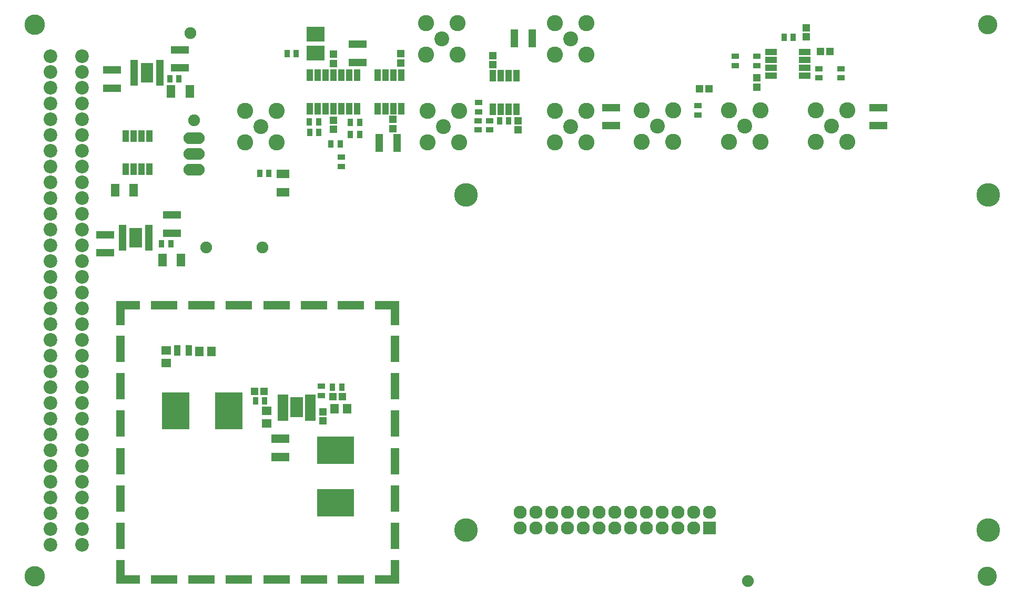
<source format=gbr>
G04 #@! TF.GenerationSoftware,KiCad,Pcbnew,(5.1.5)-3*
G04 #@! TF.CreationDate,2020-09-08T15:03:18+02:00*
G04 #@! TF.ProjectId,RedPitaya_Lockbox,52656450-6974-4617-9961-5f4c6f636b62,1.4*
G04 #@! TF.SameCoordinates,Original*
G04 #@! TF.FileFunction,Soldermask,Top*
G04 #@! TF.FilePolarity,Negative*
%FSLAX46Y46*%
G04 Gerber Fmt 4.6, Leading zero omitted, Abs format (unit mm)*
G04 Created by KiCad (PCBNEW (5.1.5)-3) date 2020-09-08 15:03:18*
%MOMM*%
%LPD*%
G04 APERTURE LIST*
%ADD10R,1.300000X0.900000*%
%ADD11R,1.400000X2.840000*%
%ADD12R,1.400000X4.200000*%
%ADD13R,2.840000X1.400000*%
%ADD14R,4.200000X1.400000*%
%ADD15R,1.400000X1.400000*%
%ADD16O,3.410000X1.910000*%
%ADD17R,1.000000X1.950000*%
%ADD18R,1.290000X0.820000*%
%ADD19R,1.225000X1.112500*%
%ADD20C,1.900000*%
%ADD21R,2.900000X2.350000*%
%ADD22R,2.000000X1.400000*%
%ADD23C,3.100000*%
%ADD24R,1.300000X2.900000*%
%ADD25R,1.400000X2.000000*%
%ADD26R,0.900000X1.300000*%
%ADD27R,2.900000X1.300000*%
%ADD28R,1.150000X1.200000*%
%ADD29C,2.600000*%
%ADD30C,2.400000*%
%ADD31R,1.000000X1.900000*%
%ADD32R,1.650000X1.400000*%
%ADD33R,1.400000X1.650000*%
%ADD34R,1.200000X1.150000*%
%ADD35R,2.900000X1.400000*%
%ADD36C,3.300000*%
%ADD37C,2.200000*%
%ADD38R,1.100000X1.700000*%
%ADD39R,4.400000X5.900000*%
%ADD40R,5.900000X4.400000*%
%ADD41R,1.800000X0.700000*%
%ADD42R,2.050000X3.250000*%
%ADD43R,2.127200X2.127200*%
%ADD44O,2.127200X2.127200*%
%ADD45C,3.800000*%
%ADD46R,1.950000X1.000000*%
G04 APERTURE END LIST*
D10*
X123600000Y-70050000D03*
X123600000Y-71550000D03*
D11*
X132190000Y-136370000D03*
X88010000Y-136370000D03*
D12*
X132190000Y-131050000D03*
X88010000Y-131050000D03*
X132190000Y-125050000D03*
X88010000Y-125050000D03*
X132190000Y-119050000D03*
X88010000Y-119050000D03*
X132190000Y-112950000D03*
X88010000Y-112950000D03*
X132190000Y-106950000D03*
X88010000Y-106950000D03*
X132190000Y-100950000D03*
X88010000Y-100950000D03*
D11*
X132190000Y-95630000D03*
X88010000Y-95630000D03*
D13*
X130470000Y-138090000D03*
X130470000Y-93910000D03*
D14*
X125150000Y-138090000D03*
X125150000Y-93910000D03*
X119150000Y-138090000D03*
X119150000Y-93910000D03*
X113150000Y-138090000D03*
X113150000Y-93910000D03*
X107050000Y-138090000D03*
X107050000Y-93910000D03*
X101050000Y-138090000D03*
X101050000Y-93910000D03*
X95050000Y-138090000D03*
X95050000Y-93910000D03*
D13*
X89730000Y-138090000D03*
X89730000Y-93910000D03*
D15*
X88010000Y-138090000D03*
X132190000Y-138090000D03*
X132190000Y-93910000D03*
X88010000Y-93910000D03*
D16*
X99900000Y-72080000D03*
X99900000Y-69540000D03*
X99900000Y-67000000D03*
D17*
X88895000Y-72000000D03*
X90165000Y-72000000D03*
X91435000Y-72000000D03*
X92705000Y-72000000D03*
X92705000Y-66600000D03*
X91435000Y-66600000D03*
X90165000Y-66600000D03*
X88895000Y-66600000D03*
D18*
X90192500Y-54786250D03*
X90192500Y-55436250D03*
X90192500Y-56086250D03*
X90192500Y-56736250D03*
X90192500Y-57386250D03*
X90192500Y-58036250D03*
X94402500Y-58036250D03*
X94402500Y-57386250D03*
X94402500Y-56736250D03*
X94402500Y-56086250D03*
X94402500Y-55436250D03*
X94402500Y-54786250D03*
D19*
X92710000Y-57480000D03*
X92710000Y-56767500D03*
X92710000Y-56055000D03*
X92710000Y-55342500D03*
X91885000Y-57480000D03*
X91885000Y-56767500D03*
X91885000Y-56055000D03*
X91885000Y-55342500D03*
D18*
X88385000Y-81395000D03*
X88385000Y-82045000D03*
X88385000Y-82695000D03*
X88385000Y-83345000D03*
X88385000Y-83995000D03*
X88385000Y-84645000D03*
X92595000Y-84645000D03*
X92595000Y-83995000D03*
X92595000Y-83345000D03*
X92595000Y-82695000D03*
X92595000Y-82045000D03*
X92595000Y-81395000D03*
D19*
X90902500Y-84088750D03*
X90902500Y-83376250D03*
X90902500Y-82663750D03*
X90902500Y-81951250D03*
X90077500Y-84088750D03*
X90077500Y-83376250D03*
X90077500Y-82663750D03*
X90077500Y-81951250D03*
D20*
X99900000Y-64120000D03*
D21*
X119460000Y-53290000D03*
X119460000Y-50240000D03*
D22*
X114200000Y-72700000D03*
X114200000Y-75700000D03*
D23*
X227600000Y-137550000D03*
X227610000Y-48640000D03*
D20*
X189000000Y-138300000D03*
D24*
X154350000Y-50900000D03*
X151450000Y-50900000D03*
D20*
X110890000Y-84560000D03*
X99300000Y-50000000D03*
X101800000Y-84600000D03*
D25*
X90160000Y-75320000D03*
X87160000Y-75320000D03*
X99170000Y-59420000D03*
X96170000Y-59420000D03*
X94800000Y-86600000D03*
X97800000Y-86600000D03*
D26*
X114850000Y-53300000D03*
X116350000Y-53300000D03*
D27*
X97590000Y-52740000D03*
X97590000Y-55640000D03*
X96350000Y-82250000D03*
X96350000Y-79350000D03*
X86700000Y-58900000D03*
X86700000Y-56000000D03*
X85600000Y-82550000D03*
X85600000Y-85450000D03*
D28*
X122300000Y-64050000D03*
X122300000Y-65550000D03*
X122300000Y-54950000D03*
X122300000Y-53450000D03*
X131900000Y-63950000D03*
X131900000Y-65450000D03*
X133200000Y-54850000D03*
X133200000Y-53350000D03*
X148000000Y-55150000D03*
X148000000Y-53650000D03*
X152000000Y-64150000D03*
X152000000Y-65650000D03*
D29*
X108060000Y-67640000D03*
X108060000Y-62560000D03*
X113140000Y-62560000D03*
X113140000Y-67640000D03*
D30*
X110600000Y-65100000D03*
D29*
X137460000Y-67640000D03*
X137460000Y-62560000D03*
X142540000Y-62560000D03*
X142540000Y-67640000D03*
D30*
X140000000Y-65100000D03*
D29*
X157960000Y-67640000D03*
X157960000Y-62560000D03*
X163040000Y-62560000D03*
X163040000Y-67640000D03*
D30*
X160500000Y-65100000D03*
D29*
X157960000Y-53540000D03*
X157960000Y-48460000D03*
X163040000Y-48460000D03*
X163040000Y-53540000D03*
D30*
X160500000Y-51000000D03*
D26*
X94650000Y-84000000D03*
X96150000Y-84000000D03*
X97450000Y-57400000D03*
X95950000Y-57400000D03*
X118480000Y-66030000D03*
X119980000Y-66030000D03*
X118410000Y-64360000D03*
X119910000Y-64360000D03*
X111950000Y-72600000D03*
X110450000Y-72600000D03*
D10*
X147500000Y-65650000D03*
X147500000Y-64150000D03*
D26*
X123400000Y-67900000D03*
X121900000Y-67900000D03*
X125050000Y-66400000D03*
X126550000Y-66400000D03*
X126560000Y-64460000D03*
X125060000Y-64460000D03*
D24*
X132550000Y-67700000D03*
X129650000Y-67700000D03*
D27*
X126200000Y-51850000D03*
X126200000Y-54750000D03*
D10*
X145600000Y-64150000D03*
X145600000Y-65650000D03*
X145700000Y-62750000D03*
X145700000Y-61250000D03*
D26*
X150550000Y-64200000D03*
X149050000Y-64200000D03*
D27*
X167000000Y-64950000D03*
X167000000Y-62050000D03*
D31*
X118490000Y-62200000D03*
X119760000Y-62200000D03*
X121030000Y-62200000D03*
X122300000Y-62200000D03*
X123570000Y-62200000D03*
X124840000Y-62200000D03*
X126110000Y-62200000D03*
X126110000Y-56800000D03*
X124840000Y-56800000D03*
X123570000Y-56800000D03*
X122300000Y-56800000D03*
X121030000Y-56800000D03*
X119760000Y-56800000D03*
X118490000Y-56800000D03*
D17*
X133205000Y-56800000D03*
X131935000Y-56800000D03*
X130665000Y-56800000D03*
X129395000Y-56800000D03*
X129395000Y-62200000D03*
X130665000Y-62200000D03*
X131935000Y-62200000D03*
X133205000Y-62200000D03*
X151805000Y-56900000D03*
X150535000Y-56900000D03*
X149265000Y-56900000D03*
X147995000Y-56900000D03*
X147995000Y-62300000D03*
X149265000Y-62300000D03*
X150535000Y-62300000D03*
X151805000Y-62300000D03*
D29*
X137260000Y-53540000D03*
X137260000Y-48460000D03*
X142340000Y-48460000D03*
X142340000Y-53540000D03*
D30*
X139800000Y-51000000D03*
D29*
X171960000Y-67540000D03*
X171960000Y-62460000D03*
X177040000Y-62460000D03*
X177040000Y-67540000D03*
D30*
X174500000Y-65000000D03*
D32*
X95400000Y-101200000D03*
X95400000Y-103200000D03*
D33*
X100700000Y-101300000D03*
X102700000Y-101300000D03*
D32*
X111600000Y-110900000D03*
X111600000Y-112900000D03*
D34*
X111150000Y-107800000D03*
X109650000Y-107800000D03*
D33*
X122500000Y-110600000D03*
X124500000Y-110600000D03*
D28*
X120600000Y-112550000D03*
X120600000Y-111050000D03*
D34*
X122250000Y-108600000D03*
X123750000Y-108600000D03*
D35*
X113800000Y-118400000D03*
X113800000Y-115400000D03*
D36*
X74220000Y-137550000D03*
X74220000Y-48650000D03*
D37*
X81840000Y-53730000D03*
X81840000Y-56270000D03*
X81840000Y-58810000D03*
X81840000Y-61350000D03*
X81840000Y-63890000D03*
X81840000Y-66430000D03*
X81840000Y-68970000D03*
X81840000Y-71510000D03*
X81840000Y-74050000D03*
X81840000Y-76590000D03*
X81840000Y-79130000D03*
X81840000Y-81670000D03*
X81840000Y-84210000D03*
X81840000Y-86750000D03*
X81840000Y-89290000D03*
X81840000Y-91830000D03*
X81840000Y-94370000D03*
X81840000Y-96910000D03*
X81840000Y-99450000D03*
X81840000Y-101990000D03*
X81840000Y-104530000D03*
X81840000Y-107070000D03*
X81840000Y-109610000D03*
X81840000Y-112150000D03*
X81840000Y-114690000D03*
X81840000Y-117230000D03*
X81840000Y-119770000D03*
X81840000Y-122310000D03*
X81840000Y-127390000D03*
X81840000Y-124850000D03*
X81840000Y-129930000D03*
X81840000Y-132470000D03*
X76760000Y-53730000D03*
X76760000Y-56270000D03*
X76760000Y-58810000D03*
X76760000Y-61350000D03*
X76760000Y-63890000D03*
X76760000Y-66430000D03*
X76760000Y-68970000D03*
X76760000Y-71510000D03*
X76760000Y-74050000D03*
X76760000Y-76590000D03*
X76760000Y-79130000D03*
X76760000Y-81670000D03*
X76760000Y-84210000D03*
X76760000Y-86750000D03*
X76760000Y-89290000D03*
X76760000Y-91830000D03*
X76760000Y-94370000D03*
X76760000Y-96910000D03*
X76760000Y-99450000D03*
X76760000Y-101990000D03*
X76760000Y-104530000D03*
X76760000Y-107070000D03*
X76760000Y-109610000D03*
X76760000Y-112150000D03*
X76760000Y-114690000D03*
X76760000Y-117230000D03*
X76760000Y-119770000D03*
X76760000Y-122310000D03*
X76760000Y-127390000D03*
X76760000Y-124850000D03*
X76760000Y-129930000D03*
X76760000Y-132470000D03*
D38*
X97150000Y-101200000D03*
X99050000Y-101200000D03*
D39*
X96950000Y-110900000D03*
X105450000Y-110900000D03*
D40*
X122700000Y-125750000D03*
X122700000Y-117250000D03*
D26*
X111250000Y-109300000D03*
X109750000Y-109300000D03*
D10*
X120400000Y-108450000D03*
X120400000Y-106950000D03*
D26*
X123650000Y-107100000D03*
X122150000Y-107100000D03*
D41*
X114200000Y-108650000D03*
X114200000Y-109150000D03*
X114200000Y-109650000D03*
X114200000Y-110150000D03*
X114200000Y-110650000D03*
X118600000Y-110650000D03*
X118600000Y-110150000D03*
X118600000Y-109650000D03*
X118600000Y-109150000D03*
X118600000Y-108650000D03*
X114200000Y-111150000D03*
X114200000Y-111650000D03*
X114200000Y-112150000D03*
X118600000Y-111150000D03*
X118600000Y-111650000D03*
X118600000Y-112150000D03*
D42*
X116400000Y-110300000D03*
D43*
X182867000Y-129767000D03*
D44*
X182867000Y-127227000D03*
X180327000Y-129767000D03*
X180327000Y-127227000D03*
X177787000Y-129767000D03*
X177787000Y-127227000D03*
X175247000Y-129767000D03*
X175247000Y-127227000D03*
X172707000Y-129767000D03*
X172707000Y-127227000D03*
X170167000Y-129767000D03*
X170167000Y-127227000D03*
X167627000Y-129767000D03*
X167627000Y-127227000D03*
X165087000Y-129767000D03*
X165087000Y-127227000D03*
X162547000Y-129767000D03*
X162547000Y-127227000D03*
X160007000Y-129767000D03*
X160007000Y-127227000D03*
X157467000Y-129767000D03*
X157467000Y-127227000D03*
X154927000Y-129767000D03*
X154927000Y-127227000D03*
X152387000Y-129767000D03*
X152387000Y-127227000D03*
D45*
X227700000Y-130100000D03*
X143700000Y-130100000D03*
X143700000Y-76100000D03*
X227700000Y-76100000D03*
D34*
X182750000Y-59000000D03*
X181250000Y-59000000D03*
D28*
X198400000Y-50650000D03*
X198400000Y-49150000D03*
D34*
X200750000Y-53000000D03*
X202250000Y-53000000D03*
D28*
X190500000Y-58750000D03*
X190500000Y-57250000D03*
D30*
X188500000Y-65000000D03*
D29*
X191040000Y-67540000D03*
X191040000Y-62460000D03*
X185960000Y-62460000D03*
X185960000Y-67540000D03*
X199960000Y-67540000D03*
X199960000Y-62460000D03*
X205040000Y-62460000D03*
X205040000Y-67540000D03*
D30*
X202500000Y-65000000D03*
D10*
X187000000Y-55250000D03*
X187000000Y-53750000D03*
X181000000Y-61750000D03*
X181000000Y-63250000D03*
X190500000Y-53750000D03*
X190500000Y-55250000D03*
D26*
X194850000Y-50700000D03*
X196350000Y-50700000D03*
D10*
X204000000Y-57250000D03*
X204000000Y-55750000D03*
X200500000Y-55750000D03*
X200500000Y-57250000D03*
D27*
X210000000Y-62050000D03*
X210000000Y-64950000D03*
D46*
X192800000Y-56905000D03*
X192800000Y-55635000D03*
X192800000Y-54365000D03*
X192800000Y-53095000D03*
X198200000Y-53095000D03*
X198200000Y-54365000D03*
X198200000Y-55635000D03*
X198200000Y-56905000D03*
M02*

</source>
